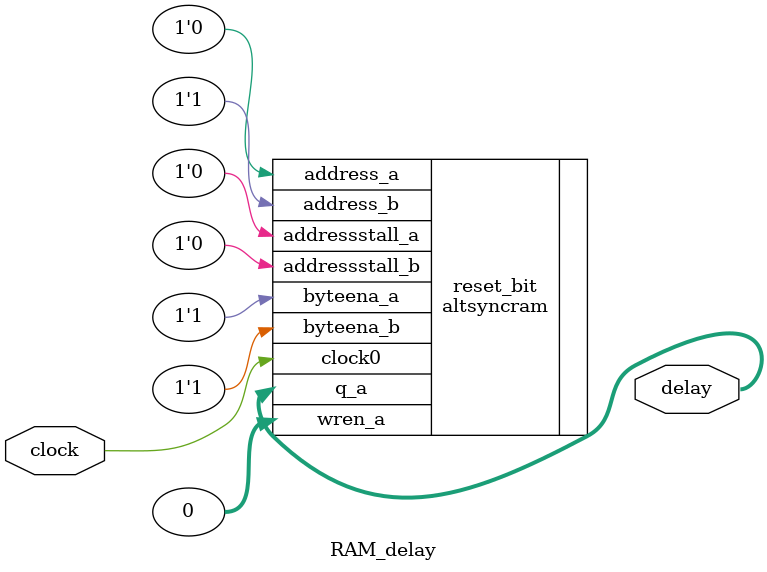
<source format=v>
module RAM_reset (
  clock,
  reset
  );

input clock;
output reset;

  altsyncram	#(
  	.operation_mode("SINGLE_PORT"),
  	.width_a(1),
  	.widthad_a(1),
  	.numwords_a(1),
  	.clock_enable_input_a("BYPASS"),
  	.lpm_hint("ENABLE_RUNTIME_MOD=YES,INSTANCE_NAME=RESET"),
  	.lpm_type("altsyncram"),
  	.outdata_reg_a("CLOCK0"),
  	.power_up_uninitialized("FALSE"),
  	.read_during_write_mode_port_a("NEW_DATA_NO_NBE_READ"),
  	.width_byteena_a(1)
  ) reset_bit (
  	.address_a (1'b0),
  	.clock0 (clock),
  	.q_a (reset),
    .wren_a (0),
  	.address_b (1'b1),
  	.addressstall_a (1'b0),
  	.addressstall_b (1'b0),
  	.byteena_a (1'b1),
  	.byteena_b (1'b1)
  );
endmodule

//challenge RAM module
module RAM_challenge (
  clock,
  challenge,
  chal_addr
  );

parameter N=256;
parameter N_CHALLENGES = 8;
localparam CHAL_ADDR_WIDTH = $clog2(N_CHALLENGES);

input clock;
output [N-1:0] challenge;
input [CHAL_ADDR_WIDTH-1:0] chal_addr;

  altsyncram	#(
  	.operation_mode("SINGLE_PORT"),
  	.width_a(N),
  	.widthad_a(CHAL_ADDR_WIDTH),
  	.numwords_a(N_CHALLENGES),
  	.clock_enable_input_a("BYPASS"),
    .clock_enable_output_a("BYPASS"),
    .intended_device_family("Cyclone V"),
  	.lpm_hint("ENABLE_RUNTIME_MOD=YES,INSTANCE_NAME=CHAL"),
  	.lpm_type("altsyncram"),
  	.outdata_reg_a("CLOCK0"),
  	.power_up_uninitialized("FALSE"),
  	.read_during_write_mode_port_a("NEW_DATA_NO_NBE_READ"),
  	.width_byteena_a(1)
  ) challenges (
  	.address_a (chal_addr),
  	.clock0 (clock),
  	.q_a (challenge),
  	.address_b (1'b1),
  	.addressstall_a (1'b0),
  	.addressstall_b (1'b0),
  	.byteena_a (1'b1),
  	.byteena_b (1'b1)
  );
endmodule

//response RAM module
module RAM_response (
  clock,
  response,
  resp_addr,
  write
  );

parameter N_RESPONSE_BITS_PER_WORD = 2;
parameter N_RESPONSE_WORDS = 8;
parameter hint = "ENABLE_RUNTIME_MOD=YES,INSTANCE_NAME=RESP";
localparam RESP_ADDR_WIDTH = $clog2(N_RESPONSE_WORDS);

input clock;
input [N_RESPONSE_BITS_PER_WORD-1:0] response;
input [RESP_ADDR_WIDTH-1:0] resp_addr;
input write;

  altsyncram	#(
  	.operation_mode("SINGLE_PORT"),
  	.width_a(N_RESPONSE_BITS_PER_WORD),
  	.widthad_a(RESP_ADDR_WIDTH),
  	.numwords_a(N_RESPONSE_WORDS),
  	.clock_enable_input_a("BYPASS"),
  	.lpm_hint(hint),
  	.lpm_type("altsyncram"),
  	.outdata_reg_a("CLOCK0"),
  	.power_up_uninitialized("TRUE"),
  	.read_during_write_mode_port_a("NEW_DATA_NO_NBE_READ"),
  	.width_byteena_a(1),
    .ram_block_type("auto")
  ) responses (
  	.address_a (resp_addr),
  	.clock0 (clock),
  	.data_a (response),
  	.wren_a (write),
  	.address_b (1'b1),
  	.addressstall_a (1'b0),
  	.addressstall_b (1'b0),
  	.byteena_a (1'b1),
  	.byteena_b (1'b1),
  	.clock1 (1'b1)
  );
endmodule

module RAM_delay (
  clock,
  delay
  );

parameter N_delays=3;
input clock;
output [N_delays-1:0] delay;

  altsyncram	#(
  	.operation_mode("SINGLE_PORT"),
  	.width_a(N_delays),
  	.widthad_a(1),
  	.numwords_a(1),
  	.clock_enable_input_a("BYPASS"),
  	.lpm_hint("ENABLE_RUNTIME_MOD=YES,INSTANCE_NAME=DELAY"),
  	.lpm_type("altsyncram"),
  	.outdata_reg_a("CLOCK0"),
  	.power_up_uninitialized("FALSE"),
  	.read_during_write_mode_port_a("NEW_DATA_NO_NBE_READ"),
  	.width_byteena_a(1)
  ) reset_bit (
  	.address_a (1'b0),
  	.clock0 (clock),
  	.q_a (delay),
    .wren_a (0),
  	.address_b (1'b1),
  	.addressstall_a (1'b0),
  	.addressstall_b (1'b0),
  	.byteena_a (1'b1),
  	.byteena_b (1'b1)
  );
endmodule

</source>
